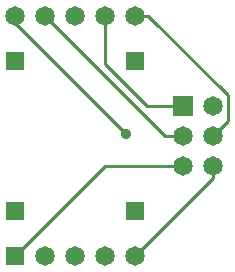
<source format=gbl>
%FSLAX34Y34*%
G04 Gerber Fmt 3.4, Leading zero omitted, Abs format*
G04 (created by PCBNEW (2014-04-04 BZR 4786)-product) date Sat 05 Apr 2014 06:47:19 PM CEST*
%MOIN*%
G01*
G70*
G90*
G04 APERTURE LIST*
%ADD10C,0.005906*%
%ADD11C,0.064961*%
%ADD12R,0.064961X0.064961*%
%ADD13R,0.065000X0.065000*%
%ADD14C,0.065000*%
%ADD15C,0.035000*%
%ADD16C,0.010000*%
G04 APERTURE END LIST*
G54D10*
G54D11*
X66000Y-36000D03*
X65000Y-36000D03*
X64000Y-36000D03*
X63000Y-36000D03*
X62000Y-36000D03*
G54D12*
X66000Y-42500D03*
X66000Y-37500D03*
X62000Y-37500D03*
G54D13*
X67600Y-39000D03*
G54D14*
X68600Y-39000D03*
X67600Y-40000D03*
X68600Y-40000D03*
X67600Y-41000D03*
X68600Y-41000D03*
G54D12*
X62000Y-44000D03*
G54D11*
X63000Y-44000D03*
X64000Y-44000D03*
X65000Y-44000D03*
X66000Y-44000D03*
G54D12*
X62000Y-42500D03*
G54D15*
X65700Y-39940D03*
G54D16*
X65000Y-41000D02*
X62000Y-44000D01*
X67600Y-41000D02*
X65000Y-41000D01*
X62000Y-36240D02*
X62000Y-36000D01*
X65700Y-39940D02*
X62000Y-36240D01*
X67000Y-40000D02*
X63000Y-36000D01*
X67600Y-40000D02*
X67000Y-40000D01*
X66390Y-39000D02*
X65000Y-37610D01*
X65000Y-37610D02*
X65000Y-36000D01*
X67600Y-39000D02*
X66390Y-39000D01*
X68600Y-41400D02*
X66000Y-44000D01*
X68600Y-41000D02*
X68600Y-41400D01*
X68600Y-40000D02*
X69080Y-39520D01*
X69080Y-39520D02*
X69080Y-38655D01*
X69080Y-38655D02*
X66424Y-36000D01*
X66424Y-36000D02*
X66000Y-36000D01*
M02*

</source>
